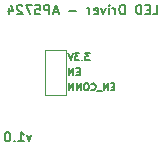
<source format=gbo>
G04 #@! TF.FileFunction,Legend,Bot*
%FSLAX46Y46*%
G04 Gerber Fmt 4.6, Leading zero omitted, Abs format (unit mm)*
G04 Created by KiCad (PCBNEW 4.0.6) date 07/26/17 22:00:31*
%MOMM*%
%LPD*%
G01*
G04 APERTURE LIST*
%ADD10C,0.100000*%
%ADD11C,0.180000*%
%ADD12C,0.150000*%
%ADD13C,0.120000*%
G04 APERTURE END LIST*
D10*
D11*
X103142857Y-97828571D02*
X102952381Y-98361905D01*
X102761905Y-97828571D01*
X102038095Y-98361905D02*
X102495238Y-98361905D01*
X102266667Y-98361905D02*
X102266667Y-97561905D01*
X102342857Y-97676190D01*
X102419048Y-97752381D01*
X102495238Y-97790476D01*
X101695238Y-98285714D02*
X101657143Y-98323810D01*
X101695238Y-98361905D01*
X101733333Y-98323810D01*
X101695238Y-98285714D01*
X101695238Y-98361905D01*
X101161905Y-97561905D02*
X101085714Y-97561905D01*
X101009524Y-97600000D01*
X100971429Y-97638095D01*
X100933333Y-97714286D01*
X100895238Y-97866667D01*
X100895238Y-98057143D01*
X100933333Y-98209524D01*
X100971429Y-98285714D01*
X101009524Y-98323810D01*
X101085714Y-98361905D01*
X101161905Y-98361905D01*
X101238095Y-98323810D01*
X101276191Y-98285714D01*
X101314286Y-98209524D01*
X101352381Y-98057143D01*
X101352381Y-97866667D01*
X101314286Y-97714286D01*
X101276191Y-97638095D01*
X101238095Y-97600000D01*
X101161905Y-97561905D01*
X113423809Y-87611905D02*
X113804762Y-87611905D01*
X113804762Y-86811905D01*
X113157143Y-87192857D02*
X112890476Y-87192857D01*
X112776190Y-87611905D02*
X113157143Y-87611905D01*
X113157143Y-86811905D01*
X112776190Y-86811905D01*
X112433333Y-87611905D02*
X112433333Y-86811905D01*
X112242857Y-86811905D01*
X112128571Y-86850000D01*
X112052380Y-86926190D01*
X112014285Y-87002381D01*
X111976190Y-87154762D01*
X111976190Y-87269048D01*
X112014285Y-87421429D01*
X112052380Y-87497619D01*
X112128571Y-87573810D01*
X112242857Y-87611905D01*
X112433333Y-87611905D01*
X111023809Y-87611905D02*
X111023809Y-86811905D01*
X110833333Y-86811905D01*
X110719047Y-86850000D01*
X110642856Y-86926190D01*
X110604761Y-87002381D01*
X110566666Y-87154762D01*
X110566666Y-87269048D01*
X110604761Y-87421429D01*
X110642856Y-87497619D01*
X110719047Y-87573810D01*
X110833333Y-87611905D01*
X111023809Y-87611905D01*
X110223809Y-87611905D02*
X110223809Y-87078571D01*
X110223809Y-87230952D02*
X110185714Y-87154762D01*
X110147618Y-87116667D01*
X110071428Y-87078571D01*
X109995237Y-87078571D01*
X109728571Y-87611905D02*
X109728571Y-87078571D01*
X109728571Y-86811905D02*
X109766666Y-86850000D01*
X109728571Y-86888095D01*
X109690476Y-86850000D01*
X109728571Y-86811905D01*
X109728571Y-86888095D01*
X109423809Y-87078571D02*
X109233333Y-87611905D01*
X109042857Y-87078571D01*
X108433333Y-87573810D02*
X108509523Y-87611905D01*
X108661904Y-87611905D01*
X108738095Y-87573810D01*
X108776190Y-87497619D01*
X108776190Y-87192857D01*
X108738095Y-87116667D01*
X108661904Y-87078571D01*
X108509523Y-87078571D01*
X108433333Y-87116667D01*
X108395238Y-87192857D01*
X108395238Y-87269048D01*
X108776190Y-87345238D01*
X108052381Y-87611905D02*
X108052381Y-87078571D01*
X108052381Y-87230952D02*
X108014286Y-87154762D01*
X107976190Y-87116667D01*
X107900000Y-87078571D01*
X107823809Y-87078571D01*
X106947619Y-87307143D02*
X106338095Y-87307143D01*
X105385714Y-87383333D02*
X105004762Y-87383333D01*
X105461905Y-87611905D02*
X105195238Y-86811905D01*
X104928571Y-87611905D01*
X104661905Y-87611905D02*
X104661905Y-86811905D01*
X104357143Y-86811905D01*
X104280952Y-86850000D01*
X104242857Y-86888095D01*
X104204762Y-86964286D01*
X104204762Y-87078571D01*
X104242857Y-87154762D01*
X104280952Y-87192857D01*
X104357143Y-87230952D01*
X104661905Y-87230952D01*
X103480952Y-86811905D02*
X103861905Y-86811905D01*
X103900000Y-87192857D01*
X103861905Y-87154762D01*
X103785714Y-87116667D01*
X103595238Y-87116667D01*
X103519048Y-87154762D01*
X103480952Y-87192857D01*
X103442857Y-87269048D01*
X103442857Y-87459524D01*
X103480952Y-87535714D01*
X103519048Y-87573810D01*
X103595238Y-87611905D01*
X103785714Y-87611905D01*
X103861905Y-87573810D01*
X103900000Y-87535714D01*
X103176190Y-86811905D02*
X102642857Y-86811905D01*
X102985714Y-87611905D01*
X102376190Y-86888095D02*
X102338095Y-86850000D01*
X102261904Y-86811905D01*
X102071428Y-86811905D01*
X101995238Y-86850000D01*
X101957142Y-86888095D01*
X101919047Y-86964286D01*
X101919047Y-87040476D01*
X101957142Y-87154762D01*
X102414285Y-87611905D01*
X101919047Y-87611905D01*
X101233333Y-87078571D02*
X101233333Y-87611905D01*
X101423809Y-86773810D02*
X101614285Y-87345238D01*
X101119047Y-87345238D01*
D12*
X110171427Y-93727143D02*
X109971427Y-93727143D01*
X109885713Y-94041429D02*
X110171427Y-94041429D01*
X110171427Y-93441429D01*
X109885713Y-93441429D01*
X109628570Y-94041429D02*
X109628570Y-93441429D01*
X109285713Y-94041429D01*
X109285713Y-93441429D01*
X109142856Y-94098571D02*
X108685713Y-94098571D01*
X108199999Y-93984286D02*
X108228570Y-94012857D01*
X108314284Y-94041429D01*
X108371427Y-94041429D01*
X108457142Y-94012857D01*
X108514284Y-93955714D01*
X108542856Y-93898571D01*
X108571427Y-93784286D01*
X108571427Y-93698571D01*
X108542856Y-93584286D01*
X108514284Y-93527143D01*
X108457142Y-93470000D01*
X108371427Y-93441429D01*
X108314284Y-93441429D01*
X108228570Y-93470000D01*
X108199999Y-93498571D01*
X107828570Y-93441429D02*
X107714284Y-93441429D01*
X107657142Y-93470000D01*
X107599999Y-93527143D01*
X107571427Y-93641429D01*
X107571427Y-93841429D01*
X107599999Y-93955714D01*
X107657142Y-94012857D01*
X107714284Y-94041429D01*
X107828570Y-94041429D01*
X107885713Y-94012857D01*
X107942856Y-93955714D01*
X107971427Y-93841429D01*
X107971427Y-93641429D01*
X107942856Y-93527143D01*
X107885713Y-93470000D01*
X107828570Y-93441429D01*
X107314285Y-94041429D02*
X107314285Y-93441429D01*
X106971428Y-94041429D01*
X106971428Y-93441429D01*
X106685714Y-94041429D02*
X106685714Y-93441429D01*
X106342857Y-94041429D01*
X106342857Y-93441429D01*
X107228571Y-92457143D02*
X107028571Y-92457143D01*
X106942857Y-92771429D02*
X107228571Y-92771429D01*
X107228571Y-92171429D01*
X106942857Y-92171429D01*
X106685714Y-92771429D02*
X106685714Y-92171429D01*
X106342857Y-92771429D01*
X106342857Y-92171429D01*
X108057144Y-90901429D02*
X107685715Y-90901429D01*
X107885715Y-91130000D01*
X107800001Y-91130000D01*
X107742858Y-91158571D01*
X107714287Y-91187143D01*
X107685715Y-91244286D01*
X107685715Y-91387143D01*
X107714287Y-91444286D01*
X107742858Y-91472857D01*
X107800001Y-91501429D01*
X107971429Y-91501429D01*
X108028572Y-91472857D01*
X108057144Y-91444286D01*
X107428572Y-91444286D02*
X107400000Y-91472857D01*
X107428572Y-91501429D01*
X107457143Y-91472857D01*
X107428572Y-91444286D01*
X107428572Y-91501429D01*
X107200001Y-90901429D02*
X106828572Y-90901429D01*
X107028572Y-91130000D01*
X106942858Y-91130000D01*
X106885715Y-91158571D01*
X106857144Y-91187143D01*
X106828572Y-91244286D01*
X106828572Y-91387143D01*
X106857144Y-91444286D01*
X106885715Y-91472857D01*
X106942858Y-91501429D01*
X107114286Y-91501429D01*
X107171429Y-91472857D01*
X107200001Y-91444286D01*
X106657143Y-90901429D02*
X106457143Y-91501429D01*
X106257143Y-90901429D01*
D13*
X106070000Y-90590000D02*
X106070000Y-94410000D01*
X106070000Y-94410000D02*
X104290000Y-94410000D01*
X104290000Y-94410000D02*
X104290000Y-90590000D01*
X106070000Y-90590000D02*
X104290000Y-90590000D01*
M02*

</source>
